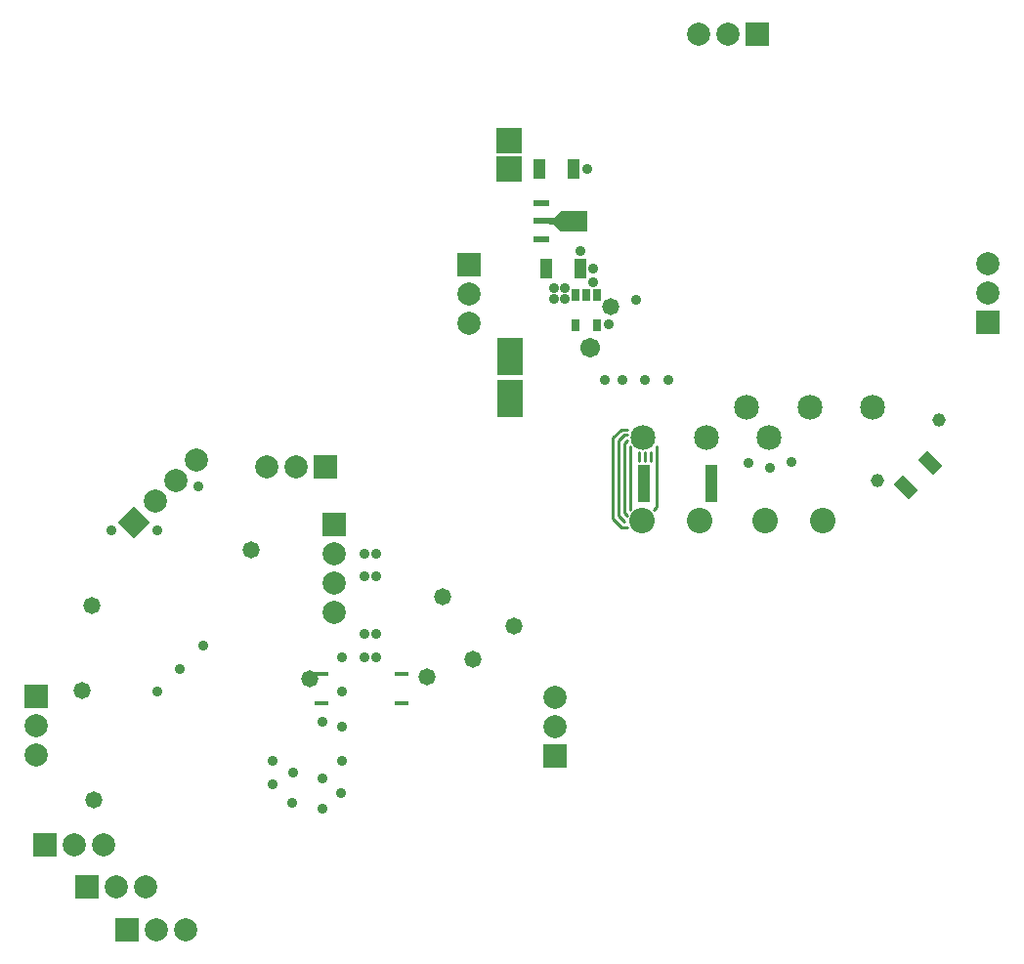
<source format=gbs>
G04 Layer_Color=16711935*
%FSLAX44Y44*%
%MOMM*%
G71*
G01*
G75*
%ADD11R,1.1120X1.8034*%
%ADD30C,1.1684*%
%ADD32C,2.1590*%
%ADD36R,1.2080X0.4564*%
G04:AMPARAMS|DCode=37|XSize=1.112mm|YSize=1.8034mm|CornerRadius=0mm|HoleSize=0mm|Usage=FLASHONLY|Rotation=45.000|XOffset=0mm|YOffset=0mm|HoleType=Round|Shape=Rectangle|*
%AMROTATEDRECTD37*
4,1,4,0.2445,-1.0308,-1.0308,0.2445,-0.2445,1.0308,1.0308,-0.2445,0.2445,-1.0308,0.0*
%
%ADD37ROTATEDRECTD37*%

%ADD38R,1.0128X3.2004*%
%ADD39R,0.7000X1.0000*%
%ADD40R,1.3938X0.4826*%
%ADD41R,1.3938X0.5588*%
%ADD45C,0.2540*%
%ADD50C,2.0032*%
%ADD51R,2.0032X2.0032*%
%ADD52P,2.8329X4X90.0*%
%ADD53R,2.0032X2.0032*%
%ADD54R,2.2032X2.2032*%
%ADD55R,2.2032X3.2032*%
%ADD56C,2.2032*%
%ADD57C,1.7032*%
%ADD58C,0.9032*%
%ADD59C,1.4732*%
G36*
X502526Y678856D02*
X479952D01*
X473602Y685206D01*
X470046D01*
Y690794D01*
X473602D01*
X479952Y697144D01*
X502526D01*
Y678856D01*
D02*
G37*
D11*
X461042Y733000D02*
D03*
X490958D02*
D03*
X467042Y647000D02*
D03*
X496958D02*
D03*
D30*
X807033Y516033D02*
D03*
X754000Y463000D02*
D03*
D32*
X660200Y500000D02*
D03*
X605600D02*
D03*
X551000D02*
D03*
X750000Y527000D02*
D03*
X695400D02*
D03*
X640800D02*
D03*
D36*
X341417Y295700D02*
D03*
Y270300D02*
D03*
X272583Y270300D02*
D03*
Y295700D02*
D03*
D37*
X799577Y478577D02*
D03*
X778423Y457423D02*
D03*
D38*
X609940Y461000D02*
D03*
X552060D02*
D03*
D39*
X511500Y598000D02*
D03*
Y624000D02*
D03*
X502000D02*
D03*
X492500D02*
D03*
Y598000D02*
D03*
D40*
X463077Y672300D02*
D03*
Y703700D02*
D03*
D41*
Y688000D02*
D03*
D45*
X540000Y440000D02*
Y490000D01*
Y492500D01*
Y437500D02*
Y440000D01*
X547500Y480000D02*
Y487500D01*
X552500Y480000D02*
Y487500D01*
X557500Y480000D02*
Y487500D01*
X562500Y440000D02*
Y492500D01*
X560000Y437500D02*
X562500Y440000D01*
X535000Y495000D02*
X537500Y497500D01*
X535000Y435000D02*
Y495000D01*
Y435000D02*
X537500Y432500D01*
X535000Y502500D02*
X537500D01*
X530000Y497500D02*
X535000Y502500D01*
X530000Y432500D02*
Y497500D01*
Y432500D02*
X532500Y430000D01*
X535000Y427500D01*
X532500Y507500D02*
X537500D01*
X525000Y500000D02*
X532500Y507500D01*
X525000Y467500D02*
Y500000D01*
Y432500D02*
Y467500D01*
Y430000D02*
Y432500D01*
Y430000D02*
X532500Y422500D01*
X537500D01*
D50*
X250650Y475050D02*
D03*
X225250D02*
D03*
X128000Y445000D02*
D03*
X145961Y462961D02*
D03*
X163921Y480921D02*
D03*
X283000Y399400D02*
D03*
Y374000D02*
D03*
Y348600D02*
D03*
X475050Y249350D02*
D03*
Y274750D02*
D03*
X624600Y850000D02*
D03*
X599200D02*
D03*
X400000Y624600D02*
D03*
Y599200D02*
D03*
X850000Y625400D02*
D03*
Y650800D02*
D03*
X24950Y250650D02*
D03*
Y225250D02*
D03*
X58350Y146950D02*
D03*
X83750D02*
D03*
X94180Y110720D02*
D03*
X119580D02*
D03*
X129350Y73950D02*
D03*
X154750D02*
D03*
D51*
X276050Y475050D02*
D03*
X650000Y850000D02*
D03*
X32950Y146950D02*
D03*
X68780Y110720D02*
D03*
X103950Y73950D02*
D03*
D52*
X110040Y427039D02*
D03*
D53*
X283000Y424800D02*
D03*
X475050Y223950D02*
D03*
X400000Y650000D02*
D03*
X850000Y600000D02*
D03*
X24950Y276050D02*
D03*
D54*
X435000Y758000D02*
D03*
Y733000D02*
D03*
D55*
X436000Y534000D02*
D03*
Y571000D02*
D03*
D56*
X657000Y428000D02*
D03*
X707000D02*
D03*
X550000D02*
D03*
X600000D02*
D03*
D57*
X505000Y577999D02*
D03*
D58*
X166000Y458000D02*
D03*
X521000Y599000D02*
D03*
X545000Y620000D02*
D03*
X508000Y635000D02*
D03*
X503000Y733000D02*
D03*
X497000Y662000D02*
D03*
X508000Y647000D02*
D03*
X130000Y420000D02*
D03*
X90000D02*
D03*
X170000Y320000D02*
D03*
X150000Y300000D02*
D03*
X130000Y280000D02*
D03*
X290000Y220000D02*
D03*
X273000Y205000D02*
D03*
X289000Y192000D02*
D03*
X273000Y179000D02*
D03*
X248000Y210000D02*
D03*
X247000Y184000D02*
D03*
X230000Y200000D02*
D03*
Y220000D02*
D03*
X290000Y250000D02*
D03*
Y280000D02*
D03*
Y310000D02*
D03*
X310000D02*
D03*
Y330000D02*
D03*
Y380000D02*
D03*
Y400000D02*
D03*
X273000Y254000D02*
D03*
X474000Y621000D02*
D03*
Y630000D02*
D03*
X483000Y621000D02*
D03*
Y630000D02*
D03*
X320000Y310000D02*
D03*
Y330000D02*
D03*
Y400000D02*
D03*
Y380000D02*
D03*
X533000Y550000D02*
D03*
X553000D02*
D03*
X573000D02*
D03*
X518000D02*
D03*
X642000Y478000D02*
D03*
X680000Y479000D02*
D03*
X661000Y474000D02*
D03*
D59*
X211000Y403000D02*
D03*
X363999Y292999D02*
D03*
X377000Y362000D02*
D03*
X438999Y336999D02*
D03*
X403999Y307999D02*
D03*
X523000Y614000D02*
D03*
X65000Y281000D02*
D03*
X261999Y290999D02*
D03*
X73000Y355000D02*
D03*
X75000Y186000D02*
D03*
M02*

</source>
